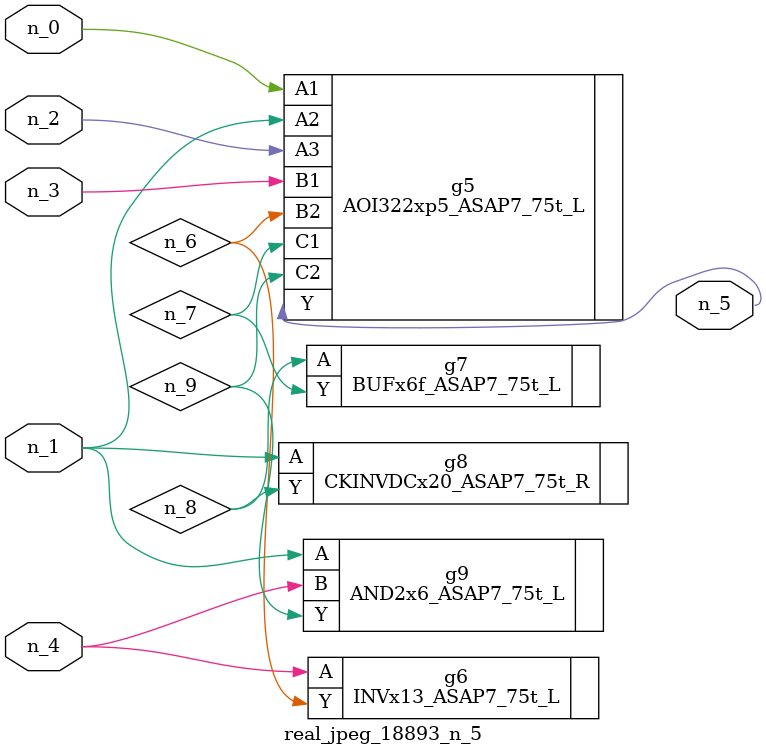
<source format=v>
module real_jpeg_18893_n_5 (n_4, n_0, n_1, n_2, n_3, n_5);

input n_4;
input n_0;
input n_1;
input n_2;
input n_3;

output n_5;

wire n_8;
wire n_6;
wire n_7;
wire n_9;

AOI322xp5_ASAP7_75t_L g5 ( 
.A1(n_0),
.A2(n_1),
.A3(n_2),
.B1(n_3),
.B2(n_6),
.C1(n_7),
.C2(n_9),
.Y(n_5)
);

CKINVDCx20_ASAP7_75t_R g8 ( 
.A(n_1),
.Y(n_8)
);

AND2x6_ASAP7_75t_L g9 ( 
.A(n_1),
.B(n_4),
.Y(n_9)
);

INVx13_ASAP7_75t_L g6 ( 
.A(n_4),
.Y(n_6)
);

BUFx6f_ASAP7_75t_L g7 ( 
.A(n_8),
.Y(n_7)
);


endmodule
</source>
